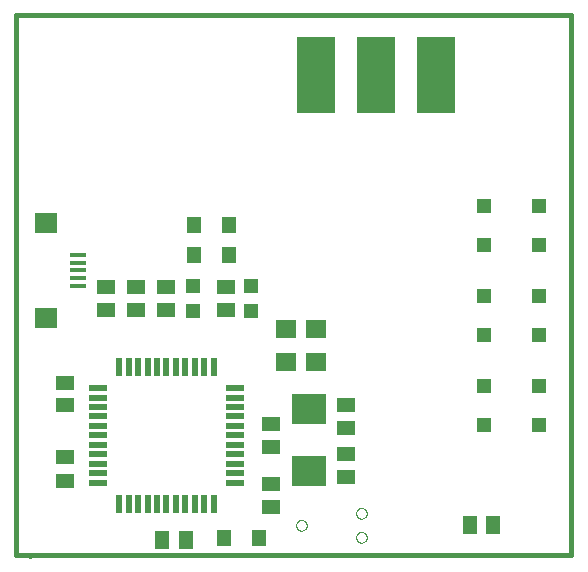
<source format=gtp>
G75*
%MOIN*%
%OFA0B0*%
%FSLAX25Y25*%
%IPPOS*%
%LPD*%
%AMOC8*
5,1,8,0,0,1.08239X$1,22.5*
%
%ADD10C,0.00000*%
%ADD11C,0.01600*%
%ADD12R,0.06299X0.05118*%
%ADD13R,0.01969X0.05906*%
%ADD14R,0.05906X0.01969*%
%ADD15R,0.05118X0.06299*%
%ADD16R,0.11811X0.09843*%
%ADD17R,0.05512X0.01378*%
%ADD18R,0.07480X0.07087*%
%ADD19R,0.05118X0.04724*%
%ADD20R,0.05118X0.05906*%
%ADD21R,0.12800X0.25400*%
%ADD22R,0.07087X0.06299*%
%ADD23R,0.04724X0.05512*%
%ADD24R,0.04724X0.04724*%
%ADD25R,0.05906X0.05118*%
D10*
X0005500Y0003008D02*
X0010500Y0002008D01*
X0098750Y0013008D02*
X0098752Y0013091D01*
X0098758Y0013174D01*
X0098768Y0013257D01*
X0098782Y0013339D01*
X0098799Y0013421D01*
X0098821Y0013501D01*
X0098846Y0013580D01*
X0098875Y0013658D01*
X0098908Y0013735D01*
X0098945Y0013810D01*
X0098984Y0013883D01*
X0099028Y0013954D01*
X0099074Y0014023D01*
X0099124Y0014090D01*
X0099177Y0014154D01*
X0099233Y0014216D01*
X0099292Y0014275D01*
X0099354Y0014331D01*
X0099418Y0014384D01*
X0099485Y0014434D01*
X0099554Y0014480D01*
X0099625Y0014524D01*
X0099698Y0014563D01*
X0099773Y0014600D01*
X0099850Y0014633D01*
X0099928Y0014662D01*
X0100007Y0014687D01*
X0100087Y0014709D01*
X0100169Y0014726D01*
X0100251Y0014740D01*
X0100334Y0014750D01*
X0100417Y0014756D01*
X0100500Y0014758D01*
X0100583Y0014756D01*
X0100666Y0014750D01*
X0100749Y0014740D01*
X0100831Y0014726D01*
X0100913Y0014709D01*
X0100993Y0014687D01*
X0101072Y0014662D01*
X0101150Y0014633D01*
X0101227Y0014600D01*
X0101302Y0014563D01*
X0101375Y0014524D01*
X0101446Y0014480D01*
X0101515Y0014434D01*
X0101582Y0014384D01*
X0101646Y0014331D01*
X0101708Y0014275D01*
X0101767Y0014216D01*
X0101823Y0014154D01*
X0101876Y0014090D01*
X0101926Y0014023D01*
X0101972Y0013954D01*
X0102016Y0013883D01*
X0102055Y0013810D01*
X0102092Y0013735D01*
X0102125Y0013658D01*
X0102154Y0013580D01*
X0102179Y0013501D01*
X0102201Y0013421D01*
X0102218Y0013339D01*
X0102232Y0013257D01*
X0102242Y0013174D01*
X0102248Y0013091D01*
X0102250Y0013008D01*
X0102248Y0012925D01*
X0102242Y0012842D01*
X0102232Y0012759D01*
X0102218Y0012677D01*
X0102201Y0012595D01*
X0102179Y0012515D01*
X0102154Y0012436D01*
X0102125Y0012358D01*
X0102092Y0012281D01*
X0102055Y0012206D01*
X0102016Y0012133D01*
X0101972Y0012062D01*
X0101926Y0011993D01*
X0101876Y0011926D01*
X0101823Y0011862D01*
X0101767Y0011800D01*
X0101708Y0011741D01*
X0101646Y0011685D01*
X0101582Y0011632D01*
X0101515Y0011582D01*
X0101446Y0011536D01*
X0101375Y0011492D01*
X0101302Y0011453D01*
X0101227Y0011416D01*
X0101150Y0011383D01*
X0101072Y0011354D01*
X0100993Y0011329D01*
X0100913Y0011307D01*
X0100831Y0011290D01*
X0100749Y0011276D01*
X0100666Y0011266D01*
X0100583Y0011260D01*
X0100500Y0011258D01*
X0100417Y0011260D01*
X0100334Y0011266D01*
X0100251Y0011276D01*
X0100169Y0011290D01*
X0100087Y0011307D01*
X0100007Y0011329D01*
X0099928Y0011354D01*
X0099850Y0011383D01*
X0099773Y0011416D01*
X0099698Y0011453D01*
X0099625Y0011492D01*
X0099554Y0011536D01*
X0099485Y0011582D01*
X0099418Y0011632D01*
X0099354Y0011685D01*
X0099292Y0011741D01*
X0099233Y0011800D01*
X0099177Y0011862D01*
X0099124Y0011926D01*
X0099074Y0011993D01*
X0099028Y0012062D01*
X0098984Y0012133D01*
X0098945Y0012206D01*
X0098908Y0012281D01*
X0098875Y0012358D01*
X0098846Y0012436D01*
X0098821Y0012515D01*
X0098799Y0012595D01*
X0098782Y0012677D01*
X0098768Y0012759D01*
X0098758Y0012842D01*
X0098752Y0012925D01*
X0098750Y0013008D01*
X0118750Y0009008D02*
X0118752Y0009091D01*
X0118758Y0009174D01*
X0118768Y0009257D01*
X0118782Y0009339D01*
X0118799Y0009421D01*
X0118821Y0009501D01*
X0118846Y0009580D01*
X0118875Y0009658D01*
X0118908Y0009735D01*
X0118945Y0009810D01*
X0118984Y0009883D01*
X0119028Y0009954D01*
X0119074Y0010023D01*
X0119124Y0010090D01*
X0119177Y0010154D01*
X0119233Y0010216D01*
X0119292Y0010275D01*
X0119354Y0010331D01*
X0119418Y0010384D01*
X0119485Y0010434D01*
X0119554Y0010480D01*
X0119625Y0010524D01*
X0119698Y0010563D01*
X0119773Y0010600D01*
X0119850Y0010633D01*
X0119928Y0010662D01*
X0120007Y0010687D01*
X0120087Y0010709D01*
X0120169Y0010726D01*
X0120251Y0010740D01*
X0120334Y0010750D01*
X0120417Y0010756D01*
X0120500Y0010758D01*
X0120583Y0010756D01*
X0120666Y0010750D01*
X0120749Y0010740D01*
X0120831Y0010726D01*
X0120913Y0010709D01*
X0120993Y0010687D01*
X0121072Y0010662D01*
X0121150Y0010633D01*
X0121227Y0010600D01*
X0121302Y0010563D01*
X0121375Y0010524D01*
X0121446Y0010480D01*
X0121515Y0010434D01*
X0121582Y0010384D01*
X0121646Y0010331D01*
X0121708Y0010275D01*
X0121767Y0010216D01*
X0121823Y0010154D01*
X0121876Y0010090D01*
X0121926Y0010023D01*
X0121972Y0009954D01*
X0122016Y0009883D01*
X0122055Y0009810D01*
X0122092Y0009735D01*
X0122125Y0009658D01*
X0122154Y0009580D01*
X0122179Y0009501D01*
X0122201Y0009421D01*
X0122218Y0009339D01*
X0122232Y0009257D01*
X0122242Y0009174D01*
X0122248Y0009091D01*
X0122250Y0009008D01*
X0122248Y0008925D01*
X0122242Y0008842D01*
X0122232Y0008759D01*
X0122218Y0008677D01*
X0122201Y0008595D01*
X0122179Y0008515D01*
X0122154Y0008436D01*
X0122125Y0008358D01*
X0122092Y0008281D01*
X0122055Y0008206D01*
X0122016Y0008133D01*
X0121972Y0008062D01*
X0121926Y0007993D01*
X0121876Y0007926D01*
X0121823Y0007862D01*
X0121767Y0007800D01*
X0121708Y0007741D01*
X0121646Y0007685D01*
X0121582Y0007632D01*
X0121515Y0007582D01*
X0121446Y0007536D01*
X0121375Y0007492D01*
X0121302Y0007453D01*
X0121227Y0007416D01*
X0121150Y0007383D01*
X0121072Y0007354D01*
X0120993Y0007329D01*
X0120913Y0007307D01*
X0120831Y0007290D01*
X0120749Y0007276D01*
X0120666Y0007266D01*
X0120583Y0007260D01*
X0120500Y0007258D01*
X0120417Y0007260D01*
X0120334Y0007266D01*
X0120251Y0007276D01*
X0120169Y0007290D01*
X0120087Y0007307D01*
X0120007Y0007329D01*
X0119928Y0007354D01*
X0119850Y0007383D01*
X0119773Y0007416D01*
X0119698Y0007453D01*
X0119625Y0007492D01*
X0119554Y0007536D01*
X0119485Y0007582D01*
X0119418Y0007632D01*
X0119354Y0007685D01*
X0119292Y0007741D01*
X0119233Y0007800D01*
X0119177Y0007862D01*
X0119124Y0007926D01*
X0119074Y0007993D01*
X0119028Y0008062D01*
X0118984Y0008133D01*
X0118945Y0008206D01*
X0118908Y0008281D01*
X0118875Y0008358D01*
X0118846Y0008436D01*
X0118821Y0008515D01*
X0118799Y0008595D01*
X0118782Y0008677D01*
X0118768Y0008759D01*
X0118758Y0008842D01*
X0118752Y0008925D01*
X0118750Y0009008D01*
X0118750Y0017008D02*
X0118752Y0017091D01*
X0118758Y0017174D01*
X0118768Y0017257D01*
X0118782Y0017339D01*
X0118799Y0017421D01*
X0118821Y0017501D01*
X0118846Y0017580D01*
X0118875Y0017658D01*
X0118908Y0017735D01*
X0118945Y0017810D01*
X0118984Y0017883D01*
X0119028Y0017954D01*
X0119074Y0018023D01*
X0119124Y0018090D01*
X0119177Y0018154D01*
X0119233Y0018216D01*
X0119292Y0018275D01*
X0119354Y0018331D01*
X0119418Y0018384D01*
X0119485Y0018434D01*
X0119554Y0018480D01*
X0119625Y0018524D01*
X0119698Y0018563D01*
X0119773Y0018600D01*
X0119850Y0018633D01*
X0119928Y0018662D01*
X0120007Y0018687D01*
X0120087Y0018709D01*
X0120169Y0018726D01*
X0120251Y0018740D01*
X0120334Y0018750D01*
X0120417Y0018756D01*
X0120500Y0018758D01*
X0120583Y0018756D01*
X0120666Y0018750D01*
X0120749Y0018740D01*
X0120831Y0018726D01*
X0120913Y0018709D01*
X0120993Y0018687D01*
X0121072Y0018662D01*
X0121150Y0018633D01*
X0121227Y0018600D01*
X0121302Y0018563D01*
X0121375Y0018524D01*
X0121446Y0018480D01*
X0121515Y0018434D01*
X0121582Y0018384D01*
X0121646Y0018331D01*
X0121708Y0018275D01*
X0121767Y0018216D01*
X0121823Y0018154D01*
X0121876Y0018090D01*
X0121926Y0018023D01*
X0121972Y0017954D01*
X0122016Y0017883D01*
X0122055Y0017810D01*
X0122092Y0017735D01*
X0122125Y0017658D01*
X0122154Y0017580D01*
X0122179Y0017501D01*
X0122201Y0017421D01*
X0122218Y0017339D01*
X0122232Y0017257D01*
X0122242Y0017174D01*
X0122248Y0017091D01*
X0122250Y0017008D01*
X0122248Y0016925D01*
X0122242Y0016842D01*
X0122232Y0016759D01*
X0122218Y0016677D01*
X0122201Y0016595D01*
X0122179Y0016515D01*
X0122154Y0016436D01*
X0122125Y0016358D01*
X0122092Y0016281D01*
X0122055Y0016206D01*
X0122016Y0016133D01*
X0121972Y0016062D01*
X0121926Y0015993D01*
X0121876Y0015926D01*
X0121823Y0015862D01*
X0121767Y0015800D01*
X0121708Y0015741D01*
X0121646Y0015685D01*
X0121582Y0015632D01*
X0121515Y0015582D01*
X0121446Y0015536D01*
X0121375Y0015492D01*
X0121302Y0015453D01*
X0121227Y0015416D01*
X0121150Y0015383D01*
X0121072Y0015354D01*
X0120993Y0015329D01*
X0120913Y0015307D01*
X0120831Y0015290D01*
X0120749Y0015276D01*
X0120666Y0015266D01*
X0120583Y0015260D01*
X0120500Y0015258D01*
X0120417Y0015260D01*
X0120334Y0015266D01*
X0120251Y0015276D01*
X0120169Y0015290D01*
X0120087Y0015307D01*
X0120007Y0015329D01*
X0119928Y0015354D01*
X0119850Y0015383D01*
X0119773Y0015416D01*
X0119698Y0015453D01*
X0119625Y0015492D01*
X0119554Y0015536D01*
X0119485Y0015582D01*
X0119418Y0015632D01*
X0119354Y0015685D01*
X0119292Y0015741D01*
X0119233Y0015800D01*
X0119177Y0015862D01*
X0119124Y0015926D01*
X0119074Y0015993D01*
X0119028Y0016062D01*
X0118984Y0016133D01*
X0118945Y0016206D01*
X0118908Y0016281D01*
X0118875Y0016358D01*
X0118846Y0016436D01*
X0118821Y0016515D01*
X0118799Y0016595D01*
X0118782Y0016677D01*
X0118768Y0016759D01*
X0118758Y0016842D01*
X0118752Y0016925D01*
X0118750Y0017008D01*
D11*
X0005500Y0003008D02*
X0005500Y0183008D01*
X0190500Y0183008D01*
X0190500Y0003008D01*
X0005500Y0003008D01*
D12*
X0021750Y0027821D03*
X0021750Y0035695D03*
X0021750Y0053018D03*
X0021750Y0060498D03*
X0035500Y0084893D03*
X0045500Y0084893D03*
X0045500Y0092373D03*
X0035500Y0092373D03*
X0055500Y0092373D03*
X0055500Y0084893D03*
X0090500Y0046748D03*
X0090500Y0039268D03*
X0090500Y0026748D03*
X0090500Y0019268D03*
X0115500Y0029071D03*
X0115500Y0036945D03*
X0115500Y0045321D03*
X0115500Y0053195D03*
D13*
X0071248Y0065843D03*
X0068098Y0065843D03*
X0064949Y0065843D03*
X0061799Y0065843D03*
X0058650Y0065843D03*
X0055500Y0065843D03*
X0052350Y0065843D03*
X0049201Y0065843D03*
X0046051Y0065843D03*
X0042902Y0065843D03*
X0039752Y0065843D03*
X0039752Y0020174D03*
X0042902Y0020174D03*
X0046051Y0020174D03*
X0049201Y0020174D03*
X0052350Y0020174D03*
X0055500Y0020174D03*
X0058650Y0020174D03*
X0061799Y0020174D03*
X0064949Y0020174D03*
X0068098Y0020174D03*
X0071248Y0020174D03*
D14*
X0078335Y0027260D03*
X0078335Y0030410D03*
X0078335Y0033560D03*
X0078335Y0036709D03*
X0078335Y0039859D03*
X0078335Y0043008D03*
X0078335Y0046158D03*
X0078335Y0049308D03*
X0078335Y0052457D03*
X0078335Y0055607D03*
X0078335Y0058756D03*
X0032665Y0058756D03*
X0032665Y0055607D03*
X0032665Y0052457D03*
X0032665Y0049308D03*
X0032665Y0046158D03*
X0032665Y0043008D03*
X0032665Y0039859D03*
X0032665Y0036709D03*
X0032665Y0033560D03*
X0032665Y0030410D03*
X0032665Y0027260D03*
D15*
X0054063Y0008008D03*
X0061937Y0008008D03*
D16*
X0103000Y0031266D03*
X0103000Y0051857D03*
D17*
X0025933Y0092890D03*
X0025933Y0095449D03*
X0025933Y0098008D03*
X0025933Y0100567D03*
X0025933Y0103126D03*
D18*
X0015500Y0113756D03*
X0015500Y0082260D03*
D19*
X0161248Y0076512D03*
X0161248Y0089504D03*
X0179752Y0089504D03*
X0179752Y0076512D03*
X0179752Y0059504D03*
X0179752Y0046512D03*
X0161248Y0046512D03*
X0161248Y0059504D03*
X0161248Y0106512D03*
X0161248Y0119504D03*
X0179752Y0119504D03*
X0179752Y0106512D03*
D20*
X0164240Y0013008D03*
X0156760Y0013008D03*
D21*
X0145500Y0163008D03*
X0125500Y0163008D03*
X0105500Y0163008D03*
D22*
X0105500Y0078520D03*
X0095500Y0078520D03*
X0095500Y0067497D03*
X0105500Y0067497D03*
D23*
X0076406Y0103008D03*
X0064594Y0103008D03*
X0064594Y0113008D03*
X0076406Y0113008D03*
X0074594Y0008633D03*
X0086406Y0008633D03*
D24*
X0083625Y0084499D03*
X0083625Y0092767D03*
X0064250Y0092767D03*
X0064250Y0084499D03*
D25*
X0075500Y0084893D03*
X0075500Y0092373D03*
M02*

</source>
